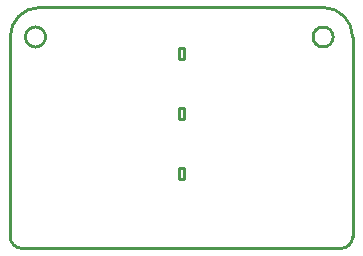
<source format=gko>
G04 Layer: BoardOutline*
G04 EasyEDA v6.4.17, 2021-03-12T13:34:12--8:00*
G04 3659535c781443348461a5117498f7cd,debd25b7e7f645e7808fdd9718494454,10*
G04 Gerber Generator version 0.2*
G04 Scale: 100 percent, Rotated: No, Reflected: No *
G04 Dimensions in millimeters *
G04 leading zeros omitted , absolute positions ,4 integer and 5 decimal *
%FSLAX45Y45*%
%MOMM*%

%ADD10C,0.2540*%
D10*
X6458899Y5828149D02*
G01*
X6458899Y5918149D01*
X6418900Y5918149D01*
X6418900Y5828149D01*
X6458899Y5828149D01*
X6418900Y6934149D02*
G01*
X6418900Y6844149D01*
X6458899Y6844149D01*
X6458899Y6934149D01*
X6418900Y6934149D01*
X5088900Y5241099D02*
G01*
X7788899Y5241099D01*
X4988900Y7031101D02*
G01*
X4988900Y5341099D01*
X7638900Y7281100D02*
G01*
X5238899Y7281100D01*
X7888899Y5341099D02*
G01*
X7888899Y7031101D01*
X6418900Y6336149D02*
G01*
X6458899Y6336149D01*
X6458899Y6426149D01*
X6418900Y6426149D01*
X6418900Y6336149D01*
G75*
G01*
X5203182Y6945940D02*
G03*
X5203182Y7115940I465J85000D01*
G75*
G01*
X5203182Y6945940D02*
G02*
X5203182Y7115940I-464J85000D01*
G75*
G01*
X7638900Y7116100D02*
G03*
X7638900Y6946100I-465J-85000D01*
G75*
G01*
X7638900Y7116100D02*
G02*
X7638900Y6946100I465J-85000D01*
G75*
G01*
X7788900Y5241100D02*
G03*
X7888900Y5341099I0J99999D01*
G75*
G01*
X4988900Y5341099D02*
G03*
X5088900Y5241100I100000J0D01*
G75*
G01*
X5238900Y7281100D02*
G03*
X4988900Y7031101I0J-249999D01*
G75*
G01*
X7888900Y7031101D02*
G03*
X7638900Y7281100I-250000J0D01*

%LPD*%
M02*

</source>
